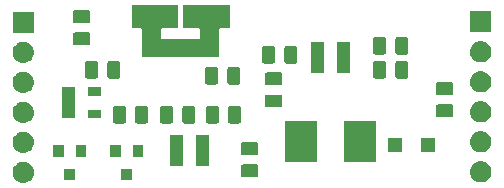
<source format=gbr>
G04 #@! TF.GenerationSoftware,KiCad,Pcbnew,(5.0.1)-3*
G04 #@! TF.CreationDate,2019-09-21T13:45:32-04:00*
G04 #@! TF.ProjectId,BMS Board Rev2,424D5320426F61726420526576322E6B,rev?*
G04 #@! TF.SameCoordinates,Original*
G04 #@! TF.FileFunction,Soldermask,Top*
G04 #@! TF.FilePolarity,Negative*
%FSLAX46Y46*%
G04 Gerber Fmt 4.6, Leading zero omitted, Abs format (unit mm)*
G04 Created by KiCad (PCBNEW (5.0.1)-3) date 9/21/2019 1:45:32 PM*
%MOMM*%
%LPD*%
G01*
G04 APERTURE LIST*
%ADD10C,0.100000*%
G04 APERTURE END LIST*
D10*
G36*
X64005444Y-55540520D02*
X64071628Y-55547038D01*
X64160510Y-55574000D01*
X64241468Y-55598558D01*
X64310060Y-55635222D01*
X64397992Y-55682223D01*
X64433730Y-55711553D01*
X64535187Y-55794815D01*
X64609206Y-55885009D01*
X64647779Y-55932010D01*
X64650732Y-55937534D01*
X64731444Y-56088534D01*
X64731444Y-56088535D01*
X64782964Y-56258374D01*
X64800360Y-56435001D01*
X64782964Y-56611628D01*
X64777003Y-56631278D01*
X64731444Y-56781468D01*
X64706836Y-56827505D01*
X64647779Y-56937992D01*
X64618449Y-56973730D01*
X64535187Y-57075187D01*
X64433730Y-57158449D01*
X64397992Y-57187779D01*
X64397990Y-57187780D01*
X64241468Y-57271444D01*
X64184854Y-57288617D01*
X64071628Y-57322964D01*
X64005444Y-57329482D01*
X63939261Y-57336001D01*
X63850741Y-57336001D01*
X63784558Y-57329482D01*
X63718374Y-57322964D01*
X63605148Y-57288617D01*
X63548534Y-57271444D01*
X63392012Y-57187780D01*
X63392010Y-57187779D01*
X63356272Y-57158449D01*
X63254815Y-57075187D01*
X63171553Y-56973730D01*
X63142223Y-56937992D01*
X63083166Y-56827505D01*
X63058558Y-56781468D01*
X63012999Y-56631278D01*
X63007038Y-56611628D01*
X62989642Y-56435001D01*
X63007038Y-56258374D01*
X63058558Y-56088535D01*
X63058558Y-56088534D01*
X63139270Y-55937534D01*
X63142223Y-55932010D01*
X63180796Y-55885009D01*
X63254815Y-55794815D01*
X63356272Y-55711553D01*
X63392010Y-55682223D01*
X63479942Y-55635222D01*
X63548534Y-55598558D01*
X63629492Y-55574000D01*
X63718374Y-55547038D01*
X63784558Y-55540520D01*
X63850741Y-55534001D01*
X63939261Y-55534001D01*
X64005444Y-55540520D01*
X64005444Y-55540520D01*
G37*
G36*
X102726442Y-55493518D02*
X102792627Y-55500037D01*
X102905853Y-55534384D01*
X102962467Y-55551557D01*
X103004454Y-55574000D01*
X103118991Y-55635222D01*
X103154729Y-55664552D01*
X103256186Y-55747814D01*
X103339448Y-55849271D01*
X103368778Y-55885009D01*
X103368779Y-55885011D01*
X103452443Y-56041533D01*
X103452443Y-56041534D01*
X103503963Y-56211373D01*
X103521359Y-56388000D01*
X103503963Y-56564627D01*
X103469616Y-56677853D01*
X103452443Y-56734467D01*
X103391757Y-56848000D01*
X103368778Y-56890991D01*
X103339448Y-56926729D01*
X103256186Y-57028186D01*
X103154729Y-57111448D01*
X103118991Y-57140778D01*
X103118989Y-57140779D01*
X102962467Y-57224443D01*
X102905853Y-57241616D01*
X102792627Y-57275963D01*
X102726443Y-57282481D01*
X102660260Y-57289000D01*
X102571740Y-57289000D01*
X102505557Y-57282481D01*
X102439373Y-57275963D01*
X102326147Y-57241616D01*
X102269533Y-57224443D01*
X102113011Y-57140779D01*
X102113009Y-57140778D01*
X102077271Y-57111448D01*
X101975814Y-57028186D01*
X101892552Y-56926729D01*
X101863222Y-56890991D01*
X101840243Y-56848000D01*
X101779557Y-56734467D01*
X101762384Y-56677853D01*
X101728037Y-56564627D01*
X101710641Y-56388000D01*
X101728037Y-56211373D01*
X101779557Y-56041534D01*
X101779557Y-56041533D01*
X101863221Y-55885011D01*
X101863222Y-55885009D01*
X101892552Y-55849271D01*
X101975814Y-55747814D01*
X102077271Y-55664552D01*
X102113009Y-55635222D01*
X102227546Y-55574000D01*
X102269533Y-55551557D01*
X102326147Y-55534384D01*
X102439373Y-55500037D01*
X102505558Y-55493518D01*
X102571740Y-55487000D01*
X102660260Y-55487000D01*
X102726442Y-55493518D01*
X102726442Y-55493518D01*
G37*
G36*
X68269000Y-57127000D02*
X67367000Y-57127000D01*
X67367000Y-56125000D01*
X68269000Y-56125000D01*
X68269000Y-57127000D01*
X68269000Y-57127000D01*
G37*
G36*
X73095000Y-57127000D02*
X72193000Y-57127000D01*
X72193000Y-56125000D01*
X73095000Y-56125000D01*
X73095000Y-57127000D01*
X73095000Y-57127000D01*
G37*
G36*
X83642466Y-55775565D02*
X83681137Y-55787296D01*
X83716779Y-55806348D01*
X83748017Y-55831983D01*
X83773652Y-55863221D01*
X83792704Y-55898863D01*
X83804435Y-55937534D01*
X83809000Y-55983888D01*
X83809000Y-56635112D01*
X83804435Y-56681466D01*
X83792704Y-56720137D01*
X83773652Y-56755779D01*
X83748017Y-56787017D01*
X83716779Y-56812652D01*
X83681137Y-56831704D01*
X83642466Y-56843435D01*
X83596112Y-56848000D01*
X82519888Y-56848000D01*
X82473534Y-56843435D01*
X82434863Y-56831704D01*
X82399221Y-56812652D01*
X82367983Y-56787017D01*
X82342348Y-56755779D01*
X82323296Y-56720137D01*
X82311565Y-56681466D01*
X82307000Y-56635112D01*
X82307000Y-55983888D01*
X82311565Y-55937534D01*
X82323296Y-55898863D01*
X82342348Y-55863221D01*
X82367983Y-55831983D01*
X82399221Y-55806348D01*
X82434863Y-55787296D01*
X82473534Y-55775565D01*
X82519888Y-55771000D01*
X83596112Y-55771000D01*
X83642466Y-55775565D01*
X83642466Y-55775565D01*
G37*
G36*
X77459000Y-55936000D02*
X76297000Y-55936000D01*
X76297000Y-53284000D01*
X77459000Y-53284000D01*
X77459000Y-55936000D01*
X77459000Y-55936000D01*
G37*
G36*
X79659000Y-55936000D02*
X78497000Y-55936000D01*
X78497000Y-53284000D01*
X79659000Y-53284000D01*
X79659000Y-55936000D01*
X79659000Y-55936000D01*
G37*
G36*
X93742000Y-55574000D02*
X91065000Y-55574000D01*
X91065000Y-52122000D01*
X93742000Y-52122000D01*
X93742000Y-55574000D01*
X93742000Y-55574000D01*
G37*
G36*
X88767000Y-55574000D02*
X86090000Y-55574000D01*
X86090000Y-52122000D01*
X88767000Y-52122000D01*
X88767000Y-55574000D01*
X88767000Y-55574000D01*
G37*
G36*
X74045000Y-55127000D02*
X73143000Y-55127000D01*
X73143000Y-54125000D01*
X74045000Y-54125000D01*
X74045000Y-55127000D01*
X74045000Y-55127000D01*
G37*
G36*
X72145000Y-55127000D02*
X71243000Y-55127000D01*
X71243000Y-54125000D01*
X72145000Y-54125000D01*
X72145000Y-55127000D01*
X72145000Y-55127000D01*
G37*
G36*
X69219000Y-55127000D02*
X68317000Y-55127000D01*
X68317000Y-54125000D01*
X69219000Y-54125000D01*
X69219000Y-55127000D01*
X69219000Y-55127000D01*
G37*
G36*
X67319000Y-55127000D02*
X66417000Y-55127000D01*
X66417000Y-54125000D01*
X67319000Y-54125000D01*
X67319000Y-55127000D01*
X67319000Y-55127000D01*
G37*
G36*
X83642466Y-53900565D02*
X83681137Y-53912296D01*
X83716779Y-53931348D01*
X83748017Y-53956983D01*
X83773652Y-53988221D01*
X83792704Y-54023863D01*
X83804435Y-54062534D01*
X83809000Y-54108888D01*
X83809000Y-54760112D01*
X83804435Y-54806466D01*
X83792704Y-54845137D01*
X83773652Y-54880779D01*
X83748017Y-54912017D01*
X83716779Y-54937652D01*
X83681137Y-54956704D01*
X83642466Y-54968435D01*
X83596112Y-54973000D01*
X82519888Y-54973000D01*
X82473534Y-54968435D01*
X82434863Y-54956704D01*
X82399221Y-54937652D01*
X82367983Y-54912017D01*
X82342348Y-54880779D01*
X82323296Y-54845137D01*
X82311565Y-54806466D01*
X82307000Y-54760112D01*
X82307000Y-54108888D01*
X82311565Y-54062534D01*
X82323296Y-54023863D01*
X82342348Y-53988221D01*
X82367983Y-53956983D01*
X82399221Y-53931348D01*
X82434863Y-53912296D01*
X82473534Y-53900565D01*
X82519888Y-53896000D01*
X83596112Y-53896000D01*
X83642466Y-53900565D01*
X83642466Y-53900565D01*
G37*
G36*
X64005443Y-53000519D02*
X64071628Y-53007038D01*
X64184854Y-53041385D01*
X64241468Y-53058558D01*
X64310060Y-53095222D01*
X64397992Y-53142223D01*
X64433730Y-53171553D01*
X64535187Y-53254815D01*
X64609206Y-53345009D01*
X64647779Y-53392010D01*
X64647780Y-53392012D01*
X64731444Y-53548534D01*
X64731444Y-53548535D01*
X64782964Y-53718374D01*
X64800360Y-53895001D01*
X64782964Y-54071628D01*
X64754564Y-54165250D01*
X64731444Y-54241468D01*
X64672903Y-54350989D01*
X64647779Y-54397992D01*
X64618449Y-54433730D01*
X64535187Y-54535187D01*
X64433730Y-54618449D01*
X64397992Y-54647779D01*
X64397990Y-54647780D01*
X64241468Y-54731444D01*
X64184854Y-54748617D01*
X64071628Y-54782964D01*
X64005443Y-54789483D01*
X63939261Y-54796001D01*
X63850741Y-54796001D01*
X63784559Y-54789483D01*
X63718374Y-54782964D01*
X63605148Y-54748617D01*
X63548534Y-54731444D01*
X63392012Y-54647780D01*
X63392010Y-54647779D01*
X63356272Y-54618449D01*
X63254815Y-54535187D01*
X63171553Y-54433730D01*
X63142223Y-54397992D01*
X63117099Y-54350989D01*
X63058558Y-54241468D01*
X63035438Y-54165250D01*
X63007038Y-54071628D01*
X62989642Y-53895001D01*
X63007038Y-53718374D01*
X63058558Y-53548535D01*
X63058558Y-53548534D01*
X63142222Y-53392012D01*
X63142223Y-53392010D01*
X63180796Y-53345009D01*
X63254815Y-53254815D01*
X63356272Y-53171553D01*
X63392010Y-53142223D01*
X63479942Y-53095222D01*
X63548534Y-53058558D01*
X63605148Y-53041385D01*
X63718374Y-53007038D01*
X63784559Y-53000519D01*
X63850741Y-52994001D01*
X63939261Y-52994001D01*
X64005443Y-53000519D01*
X64005443Y-53000519D01*
G37*
G36*
X102726443Y-52953519D02*
X102792627Y-52960037D01*
X102905853Y-52994384D01*
X102962467Y-53011557D01*
X103050398Y-53058558D01*
X103118991Y-53095222D01*
X103154729Y-53124552D01*
X103256186Y-53207814D01*
X103318709Y-53284000D01*
X103368778Y-53345009D01*
X103368779Y-53345011D01*
X103452443Y-53501533D01*
X103452443Y-53501534D01*
X103503963Y-53671373D01*
X103521359Y-53848000D01*
X103503963Y-54024627D01*
X103492464Y-54062534D01*
X103452443Y-54194467D01*
X103427320Y-54241468D01*
X103368778Y-54350991D01*
X103339448Y-54386729D01*
X103256186Y-54488186D01*
X103154729Y-54571448D01*
X103118991Y-54600778D01*
X103118989Y-54600779D01*
X102962467Y-54684443D01*
X102905853Y-54701616D01*
X102792627Y-54735963D01*
X102726442Y-54742482D01*
X102660260Y-54749000D01*
X102571740Y-54749000D01*
X102505558Y-54742482D01*
X102439373Y-54735963D01*
X102326147Y-54701616D01*
X102269533Y-54684443D01*
X102113011Y-54600779D01*
X102113009Y-54600778D01*
X102077271Y-54571448D01*
X101975814Y-54488186D01*
X101892552Y-54386729D01*
X101863222Y-54350991D01*
X101804680Y-54241468D01*
X101779557Y-54194467D01*
X101739536Y-54062534D01*
X101728037Y-54024627D01*
X101710641Y-53848000D01*
X101728037Y-53671373D01*
X101779557Y-53501534D01*
X101779557Y-53501533D01*
X101863221Y-53345011D01*
X101863222Y-53345009D01*
X101913291Y-53284000D01*
X101975814Y-53207814D01*
X102077271Y-53124552D01*
X102113009Y-53095222D01*
X102181602Y-53058558D01*
X102269533Y-53011557D01*
X102326147Y-52994384D01*
X102439373Y-52960037D01*
X102505557Y-52953519D01*
X102571740Y-52947000D01*
X102660260Y-52947000D01*
X102726443Y-52953519D01*
X102726443Y-52953519D01*
G37*
G36*
X98775000Y-54703000D02*
X97573000Y-54703000D01*
X97573000Y-53501000D01*
X98775000Y-53501000D01*
X98775000Y-54703000D01*
X98775000Y-54703000D01*
G37*
G36*
X95975000Y-54703000D02*
X94773000Y-54703000D01*
X94773000Y-53501000D01*
X95975000Y-53501000D01*
X95975000Y-54703000D01*
X95975000Y-54703000D01*
G37*
G36*
X78271466Y-50815565D02*
X78310137Y-50827296D01*
X78345779Y-50846348D01*
X78377017Y-50871983D01*
X78402652Y-50903221D01*
X78421704Y-50938863D01*
X78433435Y-50977534D01*
X78438000Y-51023888D01*
X78438000Y-52100112D01*
X78433435Y-52146466D01*
X78421704Y-52185137D01*
X78402652Y-52220779D01*
X78377017Y-52252017D01*
X78345779Y-52277652D01*
X78310137Y-52296704D01*
X78271466Y-52308435D01*
X78225112Y-52313000D01*
X77573888Y-52313000D01*
X77527534Y-52308435D01*
X77488863Y-52296704D01*
X77453221Y-52277652D01*
X77421983Y-52252017D01*
X77396348Y-52220779D01*
X77377296Y-52185137D01*
X77365565Y-52146466D01*
X77361000Y-52100112D01*
X77361000Y-51023888D01*
X77365565Y-50977534D01*
X77377296Y-50938863D01*
X77396348Y-50903221D01*
X77421983Y-50871983D01*
X77453221Y-50846348D01*
X77488863Y-50827296D01*
X77527534Y-50815565D01*
X77573888Y-50811000D01*
X78225112Y-50811000D01*
X78271466Y-50815565D01*
X78271466Y-50815565D01*
G37*
G36*
X80284966Y-50815565D02*
X80323637Y-50827296D01*
X80359279Y-50846348D01*
X80390517Y-50871983D01*
X80416152Y-50903221D01*
X80435204Y-50938863D01*
X80446935Y-50977534D01*
X80451500Y-51023888D01*
X80451500Y-52100112D01*
X80446935Y-52146466D01*
X80435204Y-52185137D01*
X80416152Y-52220779D01*
X80390517Y-52252017D01*
X80359279Y-52277652D01*
X80323637Y-52296704D01*
X80284966Y-52308435D01*
X80238612Y-52313000D01*
X79587388Y-52313000D01*
X79541034Y-52308435D01*
X79502363Y-52296704D01*
X79466721Y-52277652D01*
X79435483Y-52252017D01*
X79409848Y-52220779D01*
X79390796Y-52185137D01*
X79379065Y-52146466D01*
X79374500Y-52100112D01*
X79374500Y-51023888D01*
X79379065Y-50977534D01*
X79390796Y-50938863D01*
X79409848Y-50903221D01*
X79435483Y-50871983D01*
X79466721Y-50846348D01*
X79502363Y-50827296D01*
X79541034Y-50815565D01*
X79587388Y-50811000D01*
X80238612Y-50811000D01*
X80284966Y-50815565D01*
X80284966Y-50815565D01*
G37*
G36*
X74285966Y-50815565D02*
X74324637Y-50827296D01*
X74360279Y-50846348D01*
X74391517Y-50871983D01*
X74417152Y-50903221D01*
X74436204Y-50938863D01*
X74447935Y-50977534D01*
X74452500Y-51023888D01*
X74452500Y-52100112D01*
X74447935Y-52146466D01*
X74436204Y-52185137D01*
X74417152Y-52220779D01*
X74391517Y-52252017D01*
X74360279Y-52277652D01*
X74324637Y-52296704D01*
X74285966Y-52308435D01*
X74239612Y-52313000D01*
X73588388Y-52313000D01*
X73542034Y-52308435D01*
X73503363Y-52296704D01*
X73467721Y-52277652D01*
X73436483Y-52252017D01*
X73410848Y-52220779D01*
X73391796Y-52185137D01*
X73380065Y-52146466D01*
X73375500Y-52100112D01*
X73375500Y-51023888D01*
X73380065Y-50977534D01*
X73391796Y-50938863D01*
X73410848Y-50903221D01*
X73436483Y-50871983D01*
X73467721Y-50846348D01*
X73503363Y-50827296D01*
X73542034Y-50815565D01*
X73588388Y-50811000D01*
X74239612Y-50811000D01*
X74285966Y-50815565D01*
X74285966Y-50815565D01*
G37*
G36*
X72410966Y-50815565D02*
X72449637Y-50827296D01*
X72485279Y-50846348D01*
X72516517Y-50871983D01*
X72542152Y-50903221D01*
X72561204Y-50938863D01*
X72572935Y-50977534D01*
X72577500Y-51023888D01*
X72577500Y-52100112D01*
X72572935Y-52146466D01*
X72561204Y-52185137D01*
X72542152Y-52220779D01*
X72516517Y-52252017D01*
X72485279Y-52277652D01*
X72449637Y-52296704D01*
X72410966Y-52308435D01*
X72364612Y-52313000D01*
X71713388Y-52313000D01*
X71667034Y-52308435D01*
X71628363Y-52296704D01*
X71592721Y-52277652D01*
X71561483Y-52252017D01*
X71535848Y-52220779D01*
X71516796Y-52185137D01*
X71505065Y-52146466D01*
X71500500Y-52100112D01*
X71500500Y-51023888D01*
X71505065Y-50977534D01*
X71516796Y-50938863D01*
X71535848Y-50903221D01*
X71561483Y-50871983D01*
X71592721Y-50846348D01*
X71628363Y-50827296D01*
X71667034Y-50815565D01*
X71713388Y-50811000D01*
X72364612Y-50811000D01*
X72410966Y-50815565D01*
X72410966Y-50815565D01*
G37*
G36*
X76396466Y-50815565D02*
X76435137Y-50827296D01*
X76470779Y-50846348D01*
X76502017Y-50871983D01*
X76527652Y-50903221D01*
X76546704Y-50938863D01*
X76558435Y-50977534D01*
X76563000Y-51023888D01*
X76563000Y-52100112D01*
X76558435Y-52146466D01*
X76546704Y-52185137D01*
X76527652Y-52220779D01*
X76502017Y-52252017D01*
X76470779Y-52277652D01*
X76435137Y-52296704D01*
X76396466Y-52308435D01*
X76350112Y-52313000D01*
X75698888Y-52313000D01*
X75652534Y-52308435D01*
X75613863Y-52296704D01*
X75578221Y-52277652D01*
X75546983Y-52252017D01*
X75521348Y-52220779D01*
X75502296Y-52185137D01*
X75490565Y-52146466D01*
X75486000Y-52100112D01*
X75486000Y-51023888D01*
X75490565Y-50977534D01*
X75502296Y-50938863D01*
X75521348Y-50903221D01*
X75546983Y-50871983D01*
X75578221Y-50846348D01*
X75613863Y-50827296D01*
X75652534Y-50815565D01*
X75698888Y-50811000D01*
X76350112Y-50811000D01*
X76396466Y-50815565D01*
X76396466Y-50815565D01*
G37*
G36*
X82159966Y-50815565D02*
X82198637Y-50827296D01*
X82234279Y-50846348D01*
X82265517Y-50871983D01*
X82291152Y-50903221D01*
X82310204Y-50938863D01*
X82321935Y-50977534D01*
X82326500Y-51023888D01*
X82326500Y-52100112D01*
X82321935Y-52146466D01*
X82310204Y-52185137D01*
X82291152Y-52220779D01*
X82265517Y-52252017D01*
X82234279Y-52277652D01*
X82198637Y-52296704D01*
X82159966Y-52308435D01*
X82113612Y-52313000D01*
X81462388Y-52313000D01*
X81416034Y-52308435D01*
X81377363Y-52296704D01*
X81341721Y-52277652D01*
X81310483Y-52252017D01*
X81284848Y-52220779D01*
X81265796Y-52185137D01*
X81254065Y-52146466D01*
X81249500Y-52100112D01*
X81249500Y-51023888D01*
X81254065Y-50977534D01*
X81265796Y-50938863D01*
X81284848Y-50903221D01*
X81310483Y-50871983D01*
X81341721Y-50846348D01*
X81377363Y-50827296D01*
X81416034Y-50815565D01*
X81462388Y-50811000D01*
X82113612Y-50811000D01*
X82159966Y-50815565D01*
X82159966Y-50815565D01*
G37*
G36*
X64005443Y-50460519D02*
X64071628Y-50467038D01*
X64184854Y-50501385D01*
X64241468Y-50518558D01*
X64310060Y-50555222D01*
X64397992Y-50602223D01*
X64433730Y-50631553D01*
X64535187Y-50714815D01*
X64609206Y-50805009D01*
X64647779Y-50852010D01*
X64650732Y-50857534D01*
X64731444Y-51008534D01*
X64748617Y-51065148D01*
X64782964Y-51178374D01*
X64800360Y-51355001D01*
X64782964Y-51531628D01*
X64777003Y-51551278D01*
X64731444Y-51701468D01*
X64706836Y-51747505D01*
X64647779Y-51857992D01*
X64618449Y-51893730D01*
X64535187Y-51995187D01*
X64433730Y-52078449D01*
X64397992Y-52107779D01*
X64397990Y-52107780D01*
X64241468Y-52191444D01*
X64184854Y-52208617D01*
X64071628Y-52242964D01*
X64005443Y-52249483D01*
X63939261Y-52256001D01*
X63850741Y-52256001D01*
X63784559Y-52249483D01*
X63718374Y-52242964D01*
X63605148Y-52208617D01*
X63548534Y-52191444D01*
X63392012Y-52107780D01*
X63392010Y-52107779D01*
X63356272Y-52078449D01*
X63254815Y-51995187D01*
X63171553Y-51893730D01*
X63142223Y-51857992D01*
X63083166Y-51747505D01*
X63058558Y-51701468D01*
X63012999Y-51551278D01*
X63007038Y-51531628D01*
X62989642Y-51355001D01*
X63007038Y-51178374D01*
X63041385Y-51065148D01*
X63058558Y-51008534D01*
X63139270Y-50857534D01*
X63142223Y-50852010D01*
X63180796Y-50805009D01*
X63254815Y-50714815D01*
X63356272Y-50631553D01*
X63392010Y-50602223D01*
X63479942Y-50555222D01*
X63548534Y-50518558D01*
X63605148Y-50501385D01*
X63718374Y-50467038D01*
X63784558Y-50460520D01*
X63850741Y-50454001D01*
X63939261Y-50454001D01*
X64005443Y-50460519D01*
X64005443Y-50460519D01*
G37*
G36*
X102726443Y-50413519D02*
X102792627Y-50420037D01*
X102905853Y-50454384D01*
X102962467Y-50471557D01*
X103050398Y-50518558D01*
X103118991Y-50555222D01*
X103154729Y-50584552D01*
X103256186Y-50667814D01*
X103332633Y-50760966D01*
X103368778Y-50805009D01*
X103368779Y-50805011D01*
X103452443Y-50961533D01*
X103452443Y-50961534D01*
X103503963Y-51131373D01*
X103521359Y-51308000D01*
X103503963Y-51484627D01*
X103469616Y-51597853D01*
X103452443Y-51654467D01*
X103391757Y-51768000D01*
X103368778Y-51810991D01*
X103339448Y-51846729D01*
X103256186Y-51948186D01*
X103154729Y-52031448D01*
X103118991Y-52060778D01*
X103118989Y-52060779D01*
X102962467Y-52144443D01*
X102954736Y-52146788D01*
X102792627Y-52195963D01*
X102726443Y-52202481D01*
X102660260Y-52209000D01*
X102571740Y-52209000D01*
X102505557Y-52202481D01*
X102439373Y-52195963D01*
X102277264Y-52146788D01*
X102269533Y-52144443D01*
X102113011Y-52060779D01*
X102113009Y-52060778D01*
X102077271Y-52031448D01*
X101975814Y-51948186D01*
X101892552Y-51846729D01*
X101863222Y-51810991D01*
X101840243Y-51768000D01*
X101779557Y-51654467D01*
X101762384Y-51597853D01*
X101728037Y-51484627D01*
X101710641Y-51308000D01*
X101728037Y-51131373D01*
X101779557Y-50961534D01*
X101779557Y-50961533D01*
X101863221Y-50805011D01*
X101863222Y-50805009D01*
X101899367Y-50760966D01*
X101975814Y-50667814D01*
X102077271Y-50584552D01*
X102113009Y-50555222D01*
X102181602Y-50518558D01*
X102269533Y-50471557D01*
X102326147Y-50454384D01*
X102439373Y-50420037D01*
X102505558Y-50413518D01*
X102571740Y-50407000D01*
X102660260Y-50407000D01*
X102726443Y-50413519D01*
X102726443Y-50413519D01*
G37*
G36*
X68315000Y-51872000D02*
X67153000Y-51872000D01*
X67153000Y-49220000D01*
X68315000Y-49220000D01*
X68315000Y-51872000D01*
X68315000Y-51872000D01*
G37*
G36*
X70515000Y-51872000D02*
X69353000Y-51872000D01*
X69353000Y-51120000D01*
X70515000Y-51120000D01*
X70515000Y-51872000D01*
X70515000Y-51872000D01*
G37*
G36*
X100152466Y-50695565D02*
X100191137Y-50707296D01*
X100226779Y-50726348D01*
X100258017Y-50751983D01*
X100283652Y-50783221D01*
X100302704Y-50818863D01*
X100314435Y-50857534D01*
X100319000Y-50903888D01*
X100319000Y-51555112D01*
X100314435Y-51601466D01*
X100302704Y-51640137D01*
X100283652Y-51675779D01*
X100258017Y-51707017D01*
X100226779Y-51732652D01*
X100191137Y-51751704D01*
X100152466Y-51763435D01*
X100106112Y-51768000D01*
X99029888Y-51768000D01*
X98983534Y-51763435D01*
X98944863Y-51751704D01*
X98909221Y-51732652D01*
X98877983Y-51707017D01*
X98852348Y-51675779D01*
X98833296Y-51640137D01*
X98821565Y-51601466D01*
X98817000Y-51555112D01*
X98817000Y-50903888D01*
X98821565Y-50857534D01*
X98833296Y-50818863D01*
X98852348Y-50783221D01*
X98877983Y-50751983D01*
X98909221Y-50726348D01*
X98944863Y-50707296D01*
X98983534Y-50695565D01*
X99029888Y-50691000D01*
X100106112Y-50691000D01*
X100152466Y-50695565D01*
X100152466Y-50695565D01*
G37*
G36*
X85674466Y-49855065D02*
X85713137Y-49866796D01*
X85748779Y-49885848D01*
X85780017Y-49911483D01*
X85805652Y-49942721D01*
X85824704Y-49978363D01*
X85836435Y-50017034D01*
X85841000Y-50063388D01*
X85841000Y-50714612D01*
X85836435Y-50760966D01*
X85824704Y-50799637D01*
X85805652Y-50835279D01*
X85780017Y-50866517D01*
X85748779Y-50892152D01*
X85713137Y-50911204D01*
X85674466Y-50922935D01*
X85628112Y-50927500D01*
X84551888Y-50927500D01*
X84505534Y-50922935D01*
X84466863Y-50911204D01*
X84431221Y-50892152D01*
X84399983Y-50866517D01*
X84374348Y-50835279D01*
X84355296Y-50799637D01*
X84343565Y-50760966D01*
X84339000Y-50714612D01*
X84339000Y-50063388D01*
X84343565Y-50017034D01*
X84355296Y-49978363D01*
X84374348Y-49942721D01*
X84399983Y-49911483D01*
X84431221Y-49885848D01*
X84466863Y-49866796D01*
X84505534Y-49855065D01*
X84551888Y-49850500D01*
X85628112Y-49850500D01*
X85674466Y-49855065D01*
X85674466Y-49855065D01*
G37*
G36*
X70515000Y-49972000D02*
X69353000Y-49972000D01*
X69353000Y-49220000D01*
X70515000Y-49220000D01*
X70515000Y-49972000D01*
X70515000Y-49972000D01*
G37*
G36*
X100152466Y-48820565D02*
X100191137Y-48832296D01*
X100226779Y-48851348D01*
X100258017Y-48876983D01*
X100283652Y-48908221D01*
X100302704Y-48943863D01*
X100314435Y-48982534D01*
X100319000Y-49028888D01*
X100319000Y-49680112D01*
X100314435Y-49726466D01*
X100302704Y-49765137D01*
X100283652Y-49800779D01*
X100258017Y-49832017D01*
X100226779Y-49857652D01*
X100191137Y-49876704D01*
X100152466Y-49888435D01*
X100106112Y-49893000D01*
X99029888Y-49893000D01*
X98983534Y-49888435D01*
X98944863Y-49876704D01*
X98909221Y-49857652D01*
X98877983Y-49832017D01*
X98852348Y-49800779D01*
X98833296Y-49765137D01*
X98821565Y-49726466D01*
X98817000Y-49680112D01*
X98817000Y-49028888D01*
X98821565Y-48982534D01*
X98833296Y-48943863D01*
X98852348Y-48908221D01*
X98877983Y-48876983D01*
X98909221Y-48851348D01*
X98944863Y-48832296D01*
X98983534Y-48820565D01*
X99029888Y-48816000D01*
X100106112Y-48816000D01*
X100152466Y-48820565D01*
X100152466Y-48820565D01*
G37*
G36*
X64005443Y-47920519D02*
X64071628Y-47927038D01*
X64184854Y-47961385D01*
X64241468Y-47978558D01*
X64310060Y-48015222D01*
X64397992Y-48062223D01*
X64404691Y-48067721D01*
X64535187Y-48174815D01*
X64592580Y-48244750D01*
X64647779Y-48312010D01*
X64647780Y-48312012D01*
X64731444Y-48468534D01*
X64740329Y-48497826D01*
X64782964Y-48638374D01*
X64800360Y-48815001D01*
X64782964Y-48991628D01*
X64754564Y-49085250D01*
X64731444Y-49161468D01*
X64672903Y-49270989D01*
X64647779Y-49317992D01*
X64618449Y-49353730D01*
X64535187Y-49455187D01*
X64433730Y-49538449D01*
X64397992Y-49567779D01*
X64397990Y-49567780D01*
X64241468Y-49651444D01*
X64184854Y-49668617D01*
X64071628Y-49702964D01*
X64005444Y-49709482D01*
X63939261Y-49716001D01*
X63850741Y-49716001D01*
X63784559Y-49709483D01*
X63718374Y-49702964D01*
X63605148Y-49668617D01*
X63548534Y-49651444D01*
X63392012Y-49567780D01*
X63392010Y-49567779D01*
X63356272Y-49538449D01*
X63254815Y-49455187D01*
X63171553Y-49353730D01*
X63142223Y-49317992D01*
X63117099Y-49270989D01*
X63058558Y-49161468D01*
X63035438Y-49085250D01*
X63007038Y-48991628D01*
X62989642Y-48815001D01*
X63007038Y-48638374D01*
X63049673Y-48497826D01*
X63058558Y-48468534D01*
X63142222Y-48312012D01*
X63142223Y-48312010D01*
X63197422Y-48244750D01*
X63254815Y-48174815D01*
X63385311Y-48067721D01*
X63392010Y-48062223D01*
X63479942Y-48015222D01*
X63548534Y-47978558D01*
X63605148Y-47961385D01*
X63718374Y-47927038D01*
X63784559Y-47920519D01*
X63850741Y-47914001D01*
X63939261Y-47914001D01*
X64005443Y-47920519D01*
X64005443Y-47920519D01*
G37*
G36*
X102726442Y-47873518D02*
X102792627Y-47880037D01*
X102905853Y-47914384D01*
X102962467Y-47931557D01*
X103083020Y-47995995D01*
X103118991Y-48015222D01*
X103144897Y-48036483D01*
X103256186Y-48127814D01*
X103309043Y-48192222D01*
X103368778Y-48265009D01*
X103368779Y-48265011D01*
X103452443Y-48421533D01*
X103466433Y-48467652D01*
X103503963Y-48591373D01*
X103521359Y-48768000D01*
X103503963Y-48944627D01*
X103485214Y-49006435D01*
X103452443Y-49114467D01*
X103378348Y-49253087D01*
X103368778Y-49270991D01*
X103339448Y-49306729D01*
X103256186Y-49408186D01*
X103154729Y-49491448D01*
X103118991Y-49520778D01*
X103118989Y-49520779D01*
X102962467Y-49604443D01*
X102905853Y-49621616D01*
X102792627Y-49655963D01*
X102726442Y-49662482D01*
X102660260Y-49669000D01*
X102571740Y-49669000D01*
X102505558Y-49662482D01*
X102439373Y-49655963D01*
X102326147Y-49621616D01*
X102269533Y-49604443D01*
X102113011Y-49520779D01*
X102113009Y-49520778D01*
X102077271Y-49491448D01*
X101975814Y-49408186D01*
X101892552Y-49306729D01*
X101863222Y-49270991D01*
X101853652Y-49253087D01*
X101779557Y-49114467D01*
X101746786Y-49006435D01*
X101728037Y-48944627D01*
X101710641Y-48768000D01*
X101728037Y-48591373D01*
X101765567Y-48467652D01*
X101779557Y-48421533D01*
X101863221Y-48265011D01*
X101863222Y-48265009D01*
X101922957Y-48192222D01*
X101975814Y-48127814D01*
X102087103Y-48036483D01*
X102113009Y-48015222D01*
X102148980Y-47995995D01*
X102269533Y-47931557D01*
X102326147Y-47914384D01*
X102439373Y-47880037D01*
X102505558Y-47873518D01*
X102571740Y-47867000D01*
X102660260Y-47867000D01*
X102726442Y-47873518D01*
X102726442Y-47873518D01*
G37*
G36*
X85674466Y-47980065D02*
X85713137Y-47991796D01*
X85748779Y-48010848D01*
X85780017Y-48036483D01*
X85805652Y-48067721D01*
X85824704Y-48103363D01*
X85836435Y-48142034D01*
X85841000Y-48188388D01*
X85841000Y-48839612D01*
X85836435Y-48885966D01*
X85824704Y-48924637D01*
X85805652Y-48960279D01*
X85780017Y-48991517D01*
X85748779Y-49017152D01*
X85713137Y-49036204D01*
X85674466Y-49047935D01*
X85628112Y-49052500D01*
X84551888Y-49052500D01*
X84505534Y-49047935D01*
X84466863Y-49036204D01*
X84431221Y-49017152D01*
X84399983Y-48991517D01*
X84374348Y-48960279D01*
X84355296Y-48924637D01*
X84343565Y-48885966D01*
X84339000Y-48839612D01*
X84339000Y-48188388D01*
X84343565Y-48142034D01*
X84355296Y-48103363D01*
X84374348Y-48067721D01*
X84399983Y-48036483D01*
X84431221Y-48010848D01*
X84466863Y-47991796D01*
X84505534Y-47980065D01*
X84551888Y-47975500D01*
X85628112Y-47975500D01*
X85674466Y-47980065D01*
X85674466Y-47980065D01*
G37*
G36*
X82081466Y-47513565D02*
X82120137Y-47525296D01*
X82155779Y-47544348D01*
X82187017Y-47569983D01*
X82212652Y-47601221D01*
X82231704Y-47636863D01*
X82243435Y-47675534D01*
X82248000Y-47721888D01*
X82248000Y-48798112D01*
X82243435Y-48844466D01*
X82231704Y-48883137D01*
X82212652Y-48918779D01*
X82187017Y-48950017D01*
X82155779Y-48975652D01*
X82120137Y-48994704D01*
X82081466Y-49006435D01*
X82035112Y-49011000D01*
X81383888Y-49011000D01*
X81337534Y-49006435D01*
X81298863Y-48994704D01*
X81263221Y-48975652D01*
X81231983Y-48950017D01*
X81206348Y-48918779D01*
X81187296Y-48883137D01*
X81175565Y-48844466D01*
X81171000Y-48798112D01*
X81171000Y-47721888D01*
X81175565Y-47675534D01*
X81187296Y-47636863D01*
X81206348Y-47601221D01*
X81231983Y-47569983D01*
X81263221Y-47544348D01*
X81298863Y-47525296D01*
X81337534Y-47513565D01*
X81383888Y-47509000D01*
X82035112Y-47509000D01*
X82081466Y-47513565D01*
X82081466Y-47513565D01*
G37*
G36*
X80206466Y-47513565D02*
X80245137Y-47525296D01*
X80280779Y-47544348D01*
X80312017Y-47569983D01*
X80337652Y-47601221D01*
X80356704Y-47636863D01*
X80368435Y-47675534D01*
X80373000Y-47721888D01*
X80373000Y-48798112D01*
X80368435Y-48844466D01*
X80356704Y-48883137D01*
X80337652Y-48918779D01*
X80312017Y-48950017D01*
X80280779Y-48975652D01*
X80245137Y-48994704D01*
X80206466Y-49006435D01*
X80160112Y-49011000D01*
X79508888Y-49011000D01*
X79462534Y-49006435D01*
X79423863Y-48994704D01*
X79388221Y-48975652D01*
X79356983Y-48950017D01*
X79331348Y-48918779D01*
X79312296Y-48883137D01*
X79300565Y-48844466D01*
X79296000Y-48798112D01*
X79296000Y-47721888D01*
X79300565Y-47675534D01*
X79312296Y-47636863D01*
X79331348Y-47601221D01*
X79356983Y-47569983D01*
X79388221Y-47544348D01*
X79423863Y-47525296D01*
X79462534Y-47513565D01*
X79508888Y-47509000D01*
X80160112Y-47509000D01*
X80206466Y-47513565D01*
X80206466Y-47513565D01*
G37*
G36*
X71921466Y-47005565D02*
X71960137Y-47017296D01*
X71995779Y-47036348D01*
X72027017Y-47061983D01*
X72052652Y-47093221D01*
X72071704Y-47128863D01*
X72083435Y-47167534D01*
X72088000Y-47213888D01*
X72088000Y-48290112D01*
X72083435Y-48336466D01*
X72071704Y-48375137D01*
X72052652Y-48410779D01*
X72027017Y-48442017D01*
X71995779Y-48467652D01*
X71960137Y-48486704D01*
X71921466Y-48498435D01*
X71875112Y-48503000D01*
X71223888Y-48503000D01*
X71177534Y-48498435D01*
X71138863Y-48486704D01*
X71103221Y-48467652D01*
X71071983Y-48442017D01*
X71046348Y-48410779D01*
X71027296Y-48375137D01*
X71015565Y-48336466D01*
X71011000Y-48290112D01*
X71011000Y-47213888D01*
X71015565Y-47167534D01*
X71027296Y-47128863D01*
X71046348Y-47093221D01*
X71071983Y-47061983D01*
X71103221Y-47036348D01*
X71138863Y-47017296D01*
X71177534Y-47005565D01*
X71223888Y-47001000D01*
X71875112Y-47001000D01*
X71921466Y-47005565D01*
X71921466Y-47005565D01*
G37*
G36*
X70046466Y-47005565D02*
X70085137Y-47017296D01*
X70120779Y-47036348D01*
X70152017Y-47061983D01*
X70177652Y-47093221D01*
X70196704Y-47128863D01*
X70208435Y-47167534D01*
X70213000Y-47213888D01*
X70213000Y-48290112D01*
X70208435Y-48336466D01*
X70196704Y-48375137D01*
X70177652Y-48410779D01*
X70152017Y-48442017D01*
X70120779Y-48467652D01*
X70085137Y-48486704D01*
X70046466Y-48498435D01*
X70000112Y-48503000D01*
X69348888Y-48503000D01*
X69302534Y-48498435D01*
X69263863Y-48486704D01*
X69228221Y-48467652D01*
X69196983Y-48442017D01*
X69171348Y-48410779D01*
X69152296Y-48375137D01*
X69140565Y-48336466D01*
X69136000Y-48290112D01*
X69136000Y-47213888D01*
X69140565Y-47167534D01*
X69152296Y-47128863D01*
X69171348Y-47093221D01*
X69196983Y-47061983D01*
X69228221Y-47036348D01*
X69263863Y-47017296D01*
X69302534Y-47005565D01*
X69348888Y-47001000D01*
X70000112Y-47001000D01*
X70046466Y-47005565D01*
X70046466Y-47005565D01*
G37*
G36*
X96305466Y-47005565D02*
X96344137Y-47017296D01*
X96379779Y-47036348D01*
X96411017Y-47061983D01*
X96436652Y-47093221D01*
X96455704Y-47128863D01*
X96467435Y-47167534D01*
X96472000Y-47213888D01*
X96472000Y-48290112D01*
X96467435Y-48336466D01*
X96455704Y-48375137D01*
X96436652Y-48410779D01*
X96411017Y-48442017D01*
X96379779Y-48467652D01*
X96344137Y-48486704D01*
X96305466Y-48498435D01*
X96259112Y-48503000D01*
X95607888Y-48503000D01*
X95561534Y-48498435D01*
X95522863Y-48486704D01*
X95487221Y-48467652D01*
X95455983Y-48442017D01*
X95430348Y-48410779D01*
X95411296Y-48375137D01*
X95399565Y-48336466D01*
X95395000Y-48290112D01*
X95395000Y-47213888D01*
X95399565Y-47167534D01*
X95411296Y-47128863D01*
X95430348Y-47093221D01*
X95455983Y-47061983D01*
X95487221Y-47036348D01*
X95522863Y-47017296D01*
X95561534Y-47005565D01*
X95607888Y-47001000D01*
X96259112Y-47001000D01*
X96305466Y-47005565D01*
X96305466Y-47005565D01*
G37*
G36*
X94430466Y-47005565D02*
X94469137Y-47017296D01*
X94504779Y-47036348D01*
X94536017Y-47061983D01*
X94561652Y-47093221D01*
X94580704Y-47128863D01*
X94592435Y-47167534D01*
X94597000Y-47213888D01*
X94597000Y-48290112D01*
X94592435Y-48336466D01*
X94580704Y-48375137D01*
X94561652Y-48410779D01*
X94536017Y-48442017D01*
X94504779Y-48467652D01*
X94469137Y-48486704D01*
X94430466Y-48498435D01*
X94384112Y-48503000D01*
X93732888Y-48503000D01*
X93686534Y-48498435D01*
X93647863Y-48486704D01*
X93612221Y-48467652D01*
X93580983Y-48442017D01*
X93555348Y-48410779D01*
X93536296Y-48375137D01*
X93524565Y-48336466D01*
X93520000Y-48290112D01*
X93520000Y-47213888D01*
X93524565Y-47167534D01*
X93536296Y-47128863D01*
X93555348Y-47093221D01*
X93580983Y-47061983D01*
X93612221Y-47036348D01*
X93647863Y-47017296D01*
X93686534Y-47005565D01*
X93732888Y-47001000D01*
X94384112Y-47001000D01*
X94430466Y-47005565D01*
X94430466Y-47005565D01*
G37*
G36*
X91597000Y-48062000D02*
X90435000Y-48062000D01*
X90435000Y-45410000D01*
X91597000Y-45410000D01*
X91597000Y-48062000D01*
X91597000Y-48062000D01*
G37*
G36*
X89397000Y-48062000D02*
X88235000Y-48062000D01*
X88235000Y-45410000D01*
X89397000Y-45410000D01*
X89397000Y-48062000D01*
X89397000Y-48062000D01*
G37*
G36*
X85032466Y-45735565D02*
X85071137Y-45747296D01*
X85106779Y-45766348D01*
X85138017Y-45791983D01*
X85163652Y-45823221D01*
X85182704Y-45858863D01*
X85194435Y-45897534D01*
X85199000Y-45943888D01*
X85199000Y-47020112D01*
X85194435Y-47066466D01*
X85182704Y-47105137D01*
X85163652Y-47140779D01*
X85138017Y-47172017D01*
X85106779Y-47197652D01*
X85071137Y-47216704D01*
X85032466Y-47228435D01*
X84986112Y-47233000D01*
X84334888Y-47233000D01*
X84288534Y-47228435D01*
X84249863Y-47216704D01*
X84214221Y-47197652D01*
X84182983Y-47172017D01*
X84157348Y-47140779D01*
X84138296Y-47105137D01*
X84126565Y-47066466D01*
X84122000Y-47020112D01*
X84122000Y-45943888D01*
X84126565Y-45897534D01*
X84138296Y-45858863D01*
X84157348Y-45823221D01*
X84182983Y-45791983D01*
X84214221Y-45766348D01*
X84249863Y-45747296D01*
X84288534Y-45735565D01*
X84334888Y-45731000D01*
X84986112Y-45731000D01*
X85032466Y-45735565D01*
X85032466Y-45735565D01*
G37*
G36*
X86907466Y-45735565D02*
X86946137Y-45747296D01*
X86981779Y-45766348D01*
X87013017Y-45791983D01*
X87038652Y-45823221D01*
X87057704Y-45858863D01*
X87069435Y-45897534D01*
X87074000Y-45943888D01*
X87074000Y-47020112D01*
X87069435Y-47066466D01*
X87057704Y-47105137D01*
X87038652Y-47140779D01*
X87013017Y-47172017D01*
X86981779Y-47197652D01*
X86946137Y-47216704D01*
X86907466Y-47228435D01*
X86861112Y-47233000D01*
X86209888Y-47233000D01*
X86163534Y-47228435D01*
X86124863Y-47216704D01*
X86089221Y-47197652D01*
X86057983Y-47172017D01*
X86032348Y-47140779D01*
X86013296Y-47105137D01*
X86001565Y-47066466D01*
X85997000Y-47020112D01*
X85997000Y-45943888D01*
X86001565Y-45897534D01*
X86013296Y-45858863D01*
X86032348Y-45823221D01*
X86057983Y-45791983D01*
X86089221Y-45766348D01*
X86124863Y-45747296D01*
X86163534Y-45735565D01*
X86209888Y-45731000D01*
X86861112Y-45731000D01*
X86907466Y-45735565D01*
X86907466Y-45735565D01*
G37*
G36*
X64005443Y-45380519D02*
X64071628Y-45387038D01*
X64184854Y-45421385D01*
X64241468Y-45438558D01*
X64310060Y-45475222D01*
X64397992Y-45522223D01*
X64424694Y-45544137D01*
X64535187Y-45634815D01*
X64609206Y-45725009D01*
X64647779Y-45772010D01*
X64647780Y-45772012D01*
X64731444Y-45928534D01*
X64748617Y-45985148D01*
X64782964Y-46098374D01*
X64800360Y-46275001D01*
X64782964Y-46451628D01*
X64748617Y-46564854D01*
X64731444Y-46621468D01*
X64672903Y-46730989D01*
X64647779Y-46777992D01*
X64618449Y-46813730D01*
X64535187Y-46915187D01*
X64433730Y-46998449D01*
X64397992Y-47027779D01*
X64397990Y-47027780D01*
X64241468Y-47111444D01*
X64211076Y-47120663D01*
X64071628Y-47162964D01*
X64025227Y-47167534D01*
X63939261Y-47176001D01*
X63850741Y-47176001D01*
X63764775Y-47167534D01*
X63718374Y-47162964D01*
X63578926Y-47120663D01*
X63548534Y-47111444D01*
X63392012Y-47027780D01*
X63392010Y-47027779D01*
X63356272Y-46998449D01*
X63254815Y-46915187D01*
X63171553Y-46813730D01*
X63142223Y-46777992D01*
X63117099Y-46730989D01*
X63058558Y-46621468D01*
X63041385Y-46564854D01*
X63007038Y-46451628D01*
X62989642Y-46275001D01*
X63007038Y-46098374D01*
X63041385Y-45985148D01*
X63058558Y-45928534D01*
X63142222Y-45772012D01*
X63142223Y-45772010D01*
X63180796Y-45725009D01*
X63254815Y-45634815D01*
X63365308Y-45544137D01*
X63392010Y-45522223D01*
X63479942Y-45475222D01*
X63548534Y-45438558D01*
X63605148Y-45421385D01*
X63718374Y-45387038D01*
X63784559Y-45380519D01*
X63850741Y-45374001D01*
X63939261Y-45374001D01*
X64005443Y-45380519D01*
X64005443Y-45380519D01*
G37*
G36*
X102726442Y-45333518D02*
X102792627Y-45340037D01*
X102905853Y-45374384D01*
X102962467Y-45391557D01*
X103050398Y-45438558D01*
X103118991Y-45475222D01*
X103154729Y-45504552D01*
X103256186Y-45587814D01*
X103339448Y-45689271D01*
X103368778Y-45725009D01*
X103368779Y-45725011D01*
X103452443Y-45881533D01*
X103452443Y-45881534D01*
X103503963Y-46051373D01*
X103521359Y-46228000D01*
X103503963Y-46404627D01*
X103485214Y-46466435D01*
X103452443Y-46574467D01*
X103378348Y-46713087D01*
X103368778Y-46730991D01*
X103339448Y-46766729D01*
X103256186Y-46868186D01*
X103154729Y-46951448D01*
X103118991Y-46980778D01*
X103118989Y-46980779D01*
X102962467Y-47064443D01*
X102954736Y-47066788D01*
X102792627Y-47115963D01*
X102744906Y-47120663D01*
X102660260Y-47129000D01*
X102571740Y-47129000D01*
X102487094Y-47120663D01*
X102439373Y-47115963D01*
X102277264Y-47066788D01*
X102269533Y-47064443D01*
X102113011Y-46980779D01*
X102113009Y-46980778D01*
X102077271Y-46951448D01*
X101975814Y-46868186D01*
X101892552Y-46766729D01*
X101863222Y-46730991D01*
X101853652Y-46713087D01*
X101779557Y-46574467D01*
X101746786Y-46466435D01*
X101728037Y-46404627D01*
X101710641Y-46228000D01*
X101728037Y-46051373D01*
X101779557Y-45881534D01*
X101779557Y-45881533D01*
X101863221Y-45725011D01*
X101863222Y-45725009D01*
X101892552Y-45689271D01*
X101975814Y-45587814D01*
X102077271Y-45504552D01*
X102113009Y-45475222D01*
X102181602Y-45438558D01*
X102269533Y-45391557D01*
X102326147Y-45374384D01*
X102439373Y-45340037D01*
X102505557Y-45333519D01*
X102571740Y-45327000D01*
X102660260Y-45327000D01*
X102726442Y-45333518D01*
X102726442Y-45333518D01*
G37*
G36*
X77014500Y-44251000D02*
X75667000Y-44251000D01*
X75642614Y-44253402D01*
X75619165Y-44260515D01*
X75597554Y-44272066D01*
X75578612Y-44287612D01*
X75563066Y-44306554D01*
X75551515Y-44328165D01*
X75544402Y-44351614D01*
X75542000Y-44376000D01*
X75542000Y-45044000D01*
X75544402Y-45068386D01*
X75551515Y-45091835D01*
X75563066Y-45113446D01*
X75578612Y-45132388D01*
X75597554Y-45147934D01*
X75619165Y-45159485D01*
X75642614Y-45166598D01*
X75667000Y-45169000D01*
X78765000Y-45169000D01*
X78789386Y-45166598D01*
X78812835Y-45159485D01*
X78834446Y-45147934D01*
X78853388Y-45132388D01*
X78868934Y-45113446D01*
X78880485Y-45091835D01*
X78887598Y-45068386D01*
X78890000Y-45044000D01*
X78890000Y-44376000D01*
X78887598Y-44351614D01*
X78880485Y-44328165D01*
X78868934Y-44306554D01*
X78853388Y-44287612D01*
X78834446Y-44272066D01*
X78812835Y-44260515D01*
X78789386Y-44253402D01*
X78765000Y-44251000D01*
X77417500Y-44251000D01*
X77417500Y-42249000D01*
X81364500Y-42249000D01*
X81364500Y-44251000D01*
X80592000Y-44251000D01*
X80567614Y-44253402D01*
X80544165Y-44260515D01*
X80522554Y-44272066D01*
X80503612Y-44287612D01*
X80488066Y-44306554D01*
X80476515Y-44328165D01*
X80469402Y-44351614D01*
X80467000Y-44376000D01*
X80467000Y-46651000D01*
X73965000Y-46651000D01*
X73965000Y-44376000D01*
X73962598Y-44351614D01*
X73955485Y-44328165D01*
X73943934Y-44306554D01*
X73928388Y-44287612D01*
X73909446Y-44272066D01*
X73887835Y-44260515D01*
X73864386Y-44253402D01*
X73840000Y-44251000D01*
X73067500Y-44251000D01*
X73067500Y-42249000D01*
X77014500Y-42249000D01*
X77014500Y-44251000D01*
X77014500Y-44251000D01*
G37*
G36*
X96305466Y-44973565D02*
X96344137Y-44985296D01*
X96379779Y-45004348D01*
X96411017Y-45029983D01*
X96436652Y-45061221D01*
X96455704Y-45096863D01*
X96467435Y-45135534D01*
X96472000Y-45181888D01*
X96472000Y-46258112D01*
X96467435Y-46304466D01*
X96455704Y-46343137D01*
X96436652Y-46378779D01*
X96411017Y-46410017D01*
X96379779Y-46435652D01*
X96344137Y-46454704D01*
X96305466Y-46466435D01*
X96259112Y-46471000D01*
X95607888Y-46471000D01*
X95561534Y-46466435D01*
X95522863Y-46454704D01*
X95487221Y-46435652D01*
X95455983Y-46410017D01*
X95430348Y-46378779D01*
X95411296Y-46343137D01*
X95399565Y-46304466D01*
X95395000Y-46258112D01*
X95395000Y-45181888D01*
X95399565Y-45135534D01*
X95411296Y-45096863D01*
X95430348Y-45061221D01*
X95455983Y-45029983D01*
X95487221Y-45004348D01*
X95522863Y-44985296D01*
X95561534Y-44973565D01*
X95607888Y-44969000D01*
X96259112Y-44969000D01*
X96305466Y-44973565D01*
X96305466Y-44973565D01*
G37*
G36*
X94430466Y-44973565D02*
X94469137Y-44985296D01*
X94504779Y-45004348D01*
X94536017Y-45029983D01*
X94561652Y-45061221D01*
X94580704Y-45096863D01*
X94592435Y-45135534D01*
X94597000Y-45181888D01*
X94597000Y-46258112D01*
X94592435Y-46304466D01*
X94580704Y-46343137D01*
X94561652Y-46378779D01*
X94536017Y-46410017D01*
X94504779Y-46435652D01*
X94469137Y-46454704D01*
X94430466Y-46466435D01*
X94384112Y-46471000D01*
X93732888Y-46471000D01*
X93686534Y-46466435D01*
X93647863Y-46454704D01*
X93612221Y-46435652D01*
X93580983Y-46410017D01*
X93555348Y-46378779D01*
X93536296Y-46343137D01*
X93524565Y-46304466D01*
X93520000Y-46258112D01*
X93520000Y-45181888D01*
X93524565Y-45135534D01*
X93536296Y-45096863D01*
X93555348Y-45061221D01*
X93580983Y-45029983D01*
X93612221Y-45004348D01*
X93647863Y-44985296D01*
X93686534Y-44973565D01*
X93732888Y-44969000D01*
X94384112Y-44969000D01*
X94430466Y-44973565D01*
X94430466Y-44973565D01*
G37*
G36*
X69418466Y-44599565D02*
X69457137Y-44611296D01*
X69492779Y-44630348D01*
X69524017Y-44655983D01*
X69549652Y-44687221D01*
X69568704Y-44722863D01*
X69580435Y-44761534D01*
X69585000Y-44807888D01*
X69585000Y-45459112D01*
X69580435Y-45505466D01*
X69568704Y-45544137D01*
X69549652Y-45579779D01*
X69524017Y-45611017D01*
X69492779Y-45636652D01*
X69457137Y-45655704D01*
X69418466Y-45667435D01*
X69372112Y-45672000D01*
X68295888Y-45672000D01*
X68249534Y-45667435D01*
X68210863Y-45655704D01*
X68175221Y-45636652D01*
X68143983Y-45611017D01*
X68118348Y-45579779D01*
X68099296Y-45544137D01*
X68087565Y-45505466D01*
X68083000Y-45459112D01*
X68083000Y-44807888D01*
X68087565Y-44761534D01*
X68099296Y-44722863D01*
X68118348Y-44687221D01*
X68143983Y-44655983D01*
X68175221Y-44630348D01*
X68210863Y-44611296D01*
X68249534Y-44599565D01*
X68295888Y-44595000D01*
X69372112Y-44595000D01*
X69418466Y-44599565D01*
X69418466Y-44599565D01*
G37*
G36*
X64796001Y-44636001D02*
X62994001Y-44636001D01*
X62994001Y-42834001D01*
X64796001Y-42834001D01*
X64796001Y-44636001D01*
X64796001Y-44636001D01*
G37*
G36*
X103517000Y-44589000D02*
X101715000Y-44589000D01*
X101715000Y-42787000D01*
X103517000Y-42787000D01*
X103517000Y-44589000D01*
X103517000Y-44589000D01*
G37*
G36*
X69418466Y-42724565D02*
X69457137Y-42736296D01*
X69492779Y-42755348D01*
X69524017Y-42780983D01*
X69549652Y-42812221D01*
X69568704Y-42847863D01*
X69580435Y-42886534D01*
X69585000Y-42932888D01*
X69585000Y-43584112D01*
X69580435Y-43630466D01*
X69568704Y-43669137D01*
X69549652Y-43704779D01*
X69524017Y-43736017D01*
X69492779Y-43761652D01*
X69457137Y-43780704D01*
X69418466Y-43792435D01*
X69372112Y-43797000D01*
X68295888Y-43797000D01*
X68249534Y-43792435D01*
X68210863Y-43780704D01*
X68175221Y-43761652D01*
X68143983Y-43736017D01*
X68118348Y-43704779D01*
X68099296Y-43669137D01*
X68087565Y-43630466D01*
X68083000Y-43584112D01*
X68083000Y-42932888D01*
X68087565Y-42886534D01*
X68099296Y-42847863D01*
X68118348Y-42812221D01*
X68143983Y-42780983D01*
X68175221Y-42755348D01*
X68210863Y-42736296D01*
X68249534Y-42724565D01*
X68295888Y-42720000D01*
X69372112Y-42720000D01*
X69418466Y-42724565D01*
X69418466Y-42724565D01*
G37*
M02*

</source>
